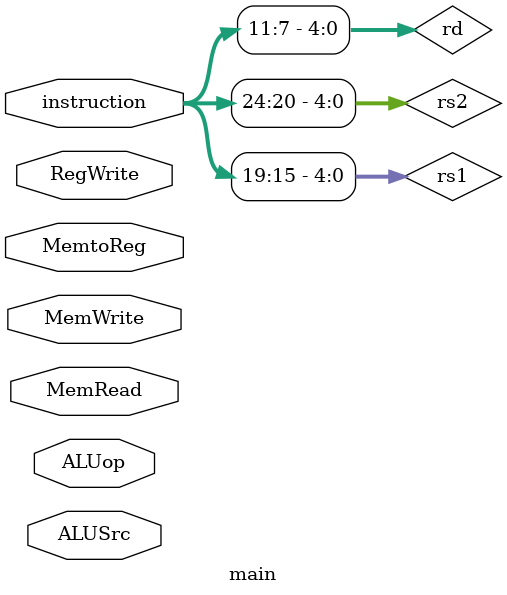
<source format=v>
module main(
	input [31:0] instruction,
	input RegWrite,
	input ALUSrc,
	input [3:0] ALUop,
	input MemWrite,
	input MemRead,
	input MemtoReg
	);
	
	wire [4:0] rs1;
	wire [4:0] rs2;
	wire [4:0] rd;
	
	assign rs1 = instruction[19:15];
	assign rs2 = instruction[24:20];
	assign rd = instruction [11:7];

	wire [63:0] writedata;
	wire [63:0] readdata1;
	wire [63:0] readdata2;
	wire [63:0] immed;
	
	
	
	register reg1(rs1,rs2,rd,writedata,RegWrite,readdata1,readdata2);
	
	sign sign1(instruction,immed);
	
	wire [63:0] input2;
	MUX_ALUSrc muxalusrc(readdata2,immed,ALUSrc,input2);

	wire [63:0] out;
	wire ovf,zero;
	wire [63:0] readdata;
	
	ALU alu64(readdata1,input2,ALUop,out,ovf,zero);

	datamem data11(out,readdata2,MemWrite,MemRead,readdata);

	MUX_MemtoReg muxmemtoreg(readdata,out,MemtoReg,writedata);

endmodule

</source>
